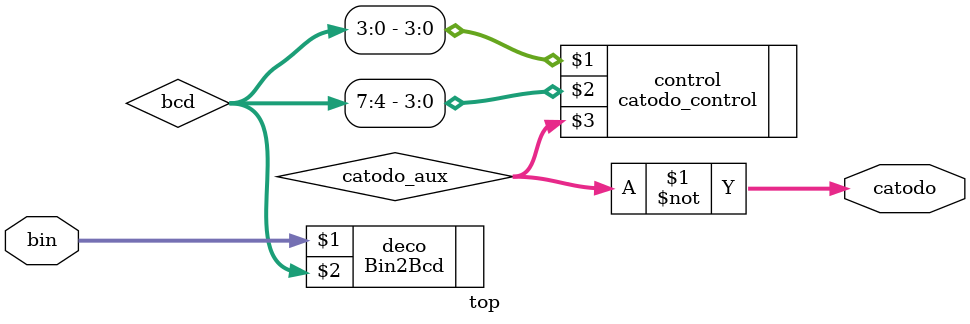
<source format=sv>
module top(
input logic [3:0] bin,
output logic [13:0] catodo
);
logic [7:0] bcd;

logic [13:0] catodo_aux;

assign catodo = ~ catodo_aux;


Bin2Bcd deco(bin,bcd);

catodo_control control(bcd[3:0],bcd[7:4],catodo_aux);


endmodule

</source>
